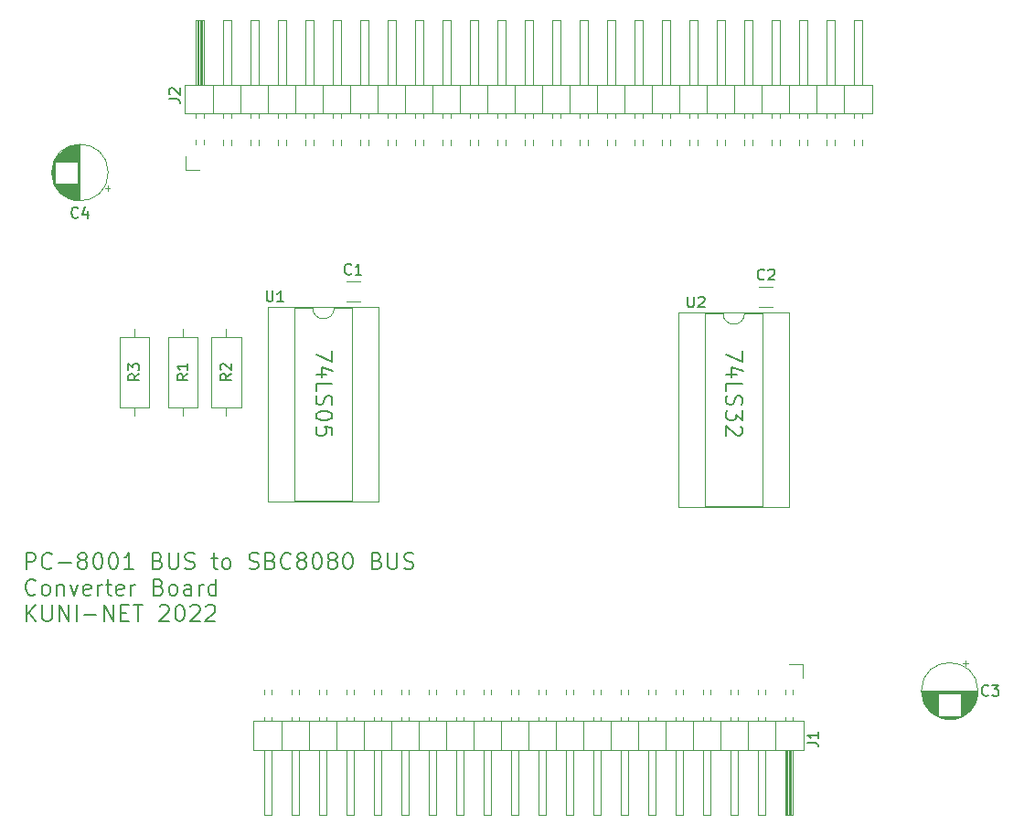
<source format=gto>
G04 #@! TF.GenerationSoftware,KiCad,Pcbnew,(6.0.4-0)*
G04 #@! TF.CreationDate,2022-11-05T11:58:52+09:00*
G04 #@! TF.ProjectId,PC8001toSBC8080BUS,50433830-3031-4746-9f53-424338303830,rev?*
G04 #@! TF.SameCoordinates,Original*
G04 #@! TF.FileFunction,Legend,Top*
G04 #@! TF.FilePolarity,Positive*
%FSLAX46Y46*%
G04 Gerber Fmt 4.6, Leading zero omitted, Abs format (unit mm)*
G04 Created by KiCad (PCBNEW (6.0.4-0)) date 2022-11-05 11:58:52*
%MOMM*%
%LPD*%
G01*
G04 APERTURE LIST*
%ADD10C,0.200000*%
%ADD11C,0.150000*%
%ADD12C,0.120000*%
G04 APERTURE END LIST*
D10*
X53487142Y-91263571D02*
X53487142Y-89763571D01*
X54058571Y-89763571D01*
X54201428Y-89835000D01*
X54272857Y-89906428D01*
X54344285Y-90049285D01*
X54344285Y-90263571D01*
X54272857Y-90406428D01*
X54201428Y-90477857D01*
X54058571Y-90549285D01*
X53487142Y-90549285D01*
X55844285Y-91120714D02*
X55772857Y-91192142D01*
X55558571Y-91263571D01*
X55415714Y-91263571D01*
X55201428Y-91192142D01*
X55058571Y-91049285D01*
X54987142Y-90906428D01*
X54915714Y-90620714D01*
X54915714Y-90406428D01*
X54987142Y-90120714D01*
X55058571Y-89977857D01*
X55201428Y-89835000D01*
X55415714Y-89763571D01*
X55558571Y-89763571D01*
X55772857Y-89835000D01*
X55844285Y-89906428D01*
X56487142Y-90692142D02*
X57630000Y-90692142D01*
X58558571Y-90406428D02*
X58415714Y-90335000D01*
X58344285Y-90263571D01*
X58272857Y-90120714D01*
X58272857Y-90049285D01*
X58344285Y-89906428D01*
X58415714Y-89835000D01*
X58558571Y-89763571D01*
X58844285Y-89763571D01*
X58987142Y-89835000D01*
X59058571Y-89906428D01*
X59130000Y-90049285D01*
X59130000Y-90120714D01*
X59058571Y-90263571D01*
X58987142Y-90335000D01*
X58844285Y-90406428D01*
X58558571Y-90406428D01*
X58415714Y-90477857D01*
X58344285Y-90549285D01*
X58272857Y-90692142D01*
X58272857Y-90977857D01*
X58344285Y-91120714D01*
X58415714Y-91192142D01*
X58558571Y-91263571D01*
X58844285Y-91263571D01*
X58987142Y-91192142D01*
X59058571Y-91120714D01*
X59130000Y-90977857D01*
X59130000Y-90692142D01*
X59058571Y-90549285D01*
X58987142Y-90477857D01*
X58844285Y-90406428D01*
X60058571Y-89763571D02*
X60201428Y-89763571D01*
X60344285Y-89835000D01*
X60415714Y-89906428D01*
X60487142Y-90049285D01*
X60558571Y-90335000D01*
X60558571Y-90692142D01*
X60487142Y-90977857D01*
X60415714Y-91120714D01*
X60344285Y-91192142D01*
X60201428Y-91263571D01*
X60058571Y-91263571D01*
X59915714Y-91192142D01*
X59844285Y-91120714D01*
X59772857Y-90977857D01*
X59701428Y-90692142D01*
X59701428Y-90335000D01*
X59772857Y-90049285D01*
X59844285Y-89906428D01*
X59915714Y-89835000D01*
X60058571Y-89763571D01*
X61487142Y-89763571D02*
X61630000Y-89763571D01*
X61772857Y-89835000D01*
X61844285Y-89906428D01*
X61915714Y-90049285D01*
X61987142Y-90335000D01*
X61987142Y-90692142D01*
X61915714Y-90977857D01*
X61844285Y-91120714D01*
X61772857Y-91192142D01*
X61630000Y-91263571D01*
X61487142Y-91263571D01*
X61344285Y-91192142D01*
X61272857Y-91120714D01*
X61201428Y-90977857D01*
X61130000Y-90692142D01*
X61130000Y-90335000D01*
X61201428Y-90049285D01*
X61272857Y-89906428D01*
X61344285Y-89835000D01*
X61487142Y-89763571D01*
X63415714Y-91263571D02*
X62558571Y-91263571D01*
X62987142Y-91263571D02*
X62987142Y-89763571D01*
X62844285Y-89977857D01*
X62701428Y-90120714D01*
X62558571Y-90192142D01*
X65701428Y-90477857D02*
X65915714Y-90549285D01*
X65987142Y-90620714D01*
X66058571Y-90763571D01*
X66058571Y-90977857D01*
X65987142Y-91120714D01*
X65915714Y-91192142D01*
X65772857Y-91263571D01*
X65201428Y-91263571D01*
X65201428Y-89763571D01*
X65701428Y-89763571D01*
X65844285Y-89835000D01*
X65915714Y-89906428D01*
X65987142Y-90049285D01*
X65987142Y-90192142D01*
X65915714Y-90335000D01*
X65844285Y-90406428D01*
X65701428Y-90477857D01*
X65201428Y-90477857D01*
X66701428Y-89763571D02*
X66701428Y-90977857D01*
X66772857Y-91120714D01*
X66844285Y-91192142D01*
X66987142Y-91263571D01*
X67272857Y-91263571D01*
X67415714Y-91192142D01*
X67487142Y-91120714D01*
X67558571Y-90977857D01*
X67558571Y-89763571D01*
X68201428Y-91192142D02*
X68415714Y-91263571D01*
X68772857Y-91263571D01*
X68915714Y-91192142D01*
X68987142Y-91120714D01*
X69058571Y-90977857D01*
X69058571Y-90835000D01*
X68987142Y-90692142D01*
X68915714Y-90620714D01*
X68772857Y-90549285D01*
X68487142Y-90477857D01*
X68344285Y-90406428D01*
X68272857Y-90335000D01*
X68201428Y-90192142D01*
X68201428Y-90049285D01*
X68272857Y-89906428D01*
X68344285Y-89835000D01*
X68487142Y-89763571D01*
X68844285Y-89763571D01*
X69058571Y-89835000D01*
X70630000Y-90263571D02*
X71201428Y-90263571D01*
X70844285Y-89763571D02*
X70844285Y-91049285D01*
X70915714Y-91192142D01*
X71058571Y-91263571D01*
X71201428Y-91263571D01*
X71915714Y-91263571D02*
X71772857Y-91192142D01*
X71701428Y-91120714D01*
X71630000Y-90977857D01*
X71630000Y-90549285D01*
X71701428Y-90406428D01*
X71772857Y-90335000D01*
X71915714Y-90263571D01*
X72130000Y-90263571D01*
X72272857Y-90335000D01*
X72344285Y-90406428D01*
X72415714Y-90549285D01*
X72415714Y-90977857D01*
X72344285Y-91120714D01*
X72272857Y-91192142D01*
X72130000Y-91263571D01*
X71915714Y-91263571D01*
X74130000Y-91192142D02*
X74344285Y-91263571D01*
X74701428Y-91263571D01*
X74844285Y-91192142D01*
X74915714Y-91120714D01*
X74987142Y-90977857D01*
X74987142Y-90835000D01*
X74915714Y-90692142D01*
X74844285Y-90620714D01*
X74701428Y-90549285D01*
X74415714Y-90477857D01*
X74272857Y-90406428D01*
X74201428Y-90335000D01*
X74130000Y-90192142D01*
X74130000Y-90049285D01*
X74201428Y-89906428D01*
X74272857Y-89835000D01*
X74415714Y-89763571D01*
X74772857Y-89763571D01*
X74987142Y-89835000D01*
X76130000Y-90477857D02*
X76344285Y-90549285D01*
X76415714Y-90620714D01*
X76487142Y-90763571D01*
X76487142Y-90977857D01*
X76415714Y-91120714D01*
X76344285Y-91192142D01*
X76201428Y-91263571D01*
X75630000Y-91263571D01*
X75630000Y-89763571D01*
X76130000Y-89763571D01*
X76272857Y-89835000D01*
X76344285Y-89906428D01*
X76415714Y-90049285D01*
X76415714Y-90192142D01*
X76344285Y-90335000D01*
X76272857Y-90406428D01*
X76130000Y-90477857D01*
X75630000Y-90477857D01*
X77987142Y-91120714D02*
X77915714Y-91192142D01*
X77701428Y-91263571D01*
X77558571Y-91263571D01*
X77344285Y-91192142D01*
X77201428Y-91049285D01*
X77130000Y-90906428D01*
X77058571Y-90620714D01*
X77058571Y-90406428D01*
X77130000Y-90120714D01*
X77201428Y-89977857D01*
X77344285Y-89835000D01*
X77558571Y-89763571D01*
X77701428Y-89763571D01*
X77915714Y-89835000D01*
X77987142Y-89906428D01*
X78844285Y-90406428D02*
X78701428Y-90335000D01*
X78630000Y-90263571D01*
X78558571Y-90120714D01*
X78558571Y-90049285D01*
X78630000Y-89906428D01*
X78701428Y-89835000D01*
X78844285Y-89763571D01*
X79130000Y-89763571D01*
X79272857Y-89835000D01*
X79344285Y-89906428D01*
X79415714Y-90049285D01*
X79415714Y-90120714D01*
X79344285Y-90263571D01*
X79272857Y-90335000D01*
X79130000Y-90406428D01*
X78844285Y-90406428D01*
X78701428Y-90477857D01*
X78630000Y-90549285D01*
X78558571Y-90692142D01*
X78558571Y-90977857D01*
X78630000Y-91120714D01*
X78701428Y-91192142D01*
X78844285Y-91263571D01*
X79130000Y-91263571D01*
X79272857Y-91192142D01*
X79344285Y-91120714D01*
X79415714Y-90977857D01*
X79415714Y-90692142D01*
X79344285Y-90549285D01*
X79272857Y-90477857D01*
X79130000Y-90406428D01*
X80344285Y-89763571D02*
X80487142Y-89763571D01*
X80630000Y-89835000D01*
X80701428Y-89906428D01*
X80772857Y-90049285D01*
X80844285Y-90335000D01*
X80844285Y-90692142D01*
X80772857Y-90977857D01*
X80701428Y-91120714D01*
X80630000Y-91192142D01*
X80487142Y-91263571D01*
X80344285Y-91263571D01*
X80201428Y-91192142D01*
X80130000Y-91120714D01*
X80058571Y-90977857D01*
X79987142Y-90692142D01*
X79987142Y-90335000D01*
X80058571Y-90049285D01*
X80130000Y-89906428D01*
X80201428Y-89835000D01*
X80344285Y-89763571D01*
X81701428Y-90406428D02*
X81558571Y-90335000D01*
X81487142Y-90263571D01*
X81415714Y-90120714D01*
X81415714Y-90049285D01*
X81487142Y-89906428D01*
X81558571Y-89835000D01*
X81701428Y-89763571D01*
X81987142Y-89763571D01*
X82130000Y-89835000D01*
X82201428Y-89906428D01*
X82272857Y-90049285D01*
X82272857Y-90120714D01*
X82201428Y-90263571D01*
X82130000Y-90335000D01*
X81987142Y-90406428D01*
X81701428Y-90406428D01*
X81558571Y-90477857D01*
X81487142Y-90549285D01*
X81415714Y-90692142D01*
X81415714Y-90977857D01*
X81487142Y-91120714D01*
X81558571Y-91192142D01*
X81701428Y-91263571D01*
X81987142Y-91263571D01*
X82130000Y-91192142D01*
X82201428Y-91120714D01*
X82272857Y-90977857D01*
X82272857Y-90692142D01*
X82201428Y-90549285D01*
X82130000Y-90477857D01*
X81987142Y-90406428D01*
X83201428Y-89763571D02*
X83344285Y-89763571D01*
X83487142Y-89835000D01*
X83558571Y-89906428D01*
X83630000Y-90049285D01*
X83701428Y-90335000D01*
X83701428Y-90692142D01*
X83630000Y-90977857D01*
X83558571Y-91120714D01*
X83487142Y-91192142D01*
X83344285Y-91263571D01*
X83201428Y-91263571D01*
X83058571Y-91192142D01*
X82987142Y-91120714D01*
X82915714Y-90977857D01*
X82844285Y-90692142D01*
X82844285Y-90335000D01*
X82915714Y-90049285D01*
X82987142Y-89906428D01*
X83058571Y-89835000D01*
X83201428Y-89763571D01*
X85987142Y-90477857D02*
X86201428Y-90549285D01*
X86272857Y-90620714D01*
X86344285Y-90763571D01*
X86344285Y-90977857D01*
X86272857Y-91120714D01*
X86201428Y-91192142D01*
X86058571Y-91263571D01*
X85487142Y-91263571D01*
X85487142Y-89763571D01*
X85987142Y-89763571D01*
X86130000Y-89835000D01*
X86201428Y-89906428D01*
X86272857Y-90049285D01*
X86272857Y-90192142D01*
X86201428Y-90335000D01*
X86130000Y-90406428D01*
X85987142Y-90477857D01*
X85487142Y-90477857D01*
X86987142Y-89763571D02*
X86987142Y-90977857D01*
X87058571Y-91120714D01*
X87130000Y-91192142D01*
X87272857Y-91263571D01*
X87558571Y-91263571D01*
X87701428Y-91192142D01*
X87772857Y-91120714D01*
X87844285Y-90977857D01*
X87844285Y-89763571D01*
X88487142Y-91192142D02*
X88701428Y-91263571D01*
X89058571Y-91263571D01*
X89201428Y-91192142D01*
X89272857Y-91120714D01*
X89344285Y-90977857D01*
X89344285Y-90835000D01*
X89272857Y-90692142D01*
X89201428Y-90620714D01*
X89058571Y-90549285D01*
X88772857Y-90477857D01*
X88630000Y-90406428D01*
X88558571Y-90335000D01*
X88487142Y-90192142D01*
X88487142Y-90049285D01*
X88558571Y-89906428D01*
X88630000Y-89835000D01*
X88772857Y-89763571D01*
X89130000Y-89763571D01*
X89344285Y-89835000D01*
X54344285Y-93535714D02*
X54272857Y-93607142D01*
X54058571Y-93678571D01*
X53915714Y-93678571D01*
X53701428Y-93607142D01*
X53558571Y-93464285D01*
X53487142Y-93321428D01*
X53415714Y-93035714D01*
X53415714Y-92821428D01*
X53487142Y-92535714D01*
X53558571Y-92392857D01*
X53701428Y-92250000D01*
X53915714Y-92178571D01*
X54058571Y-92178571D01*
X54272857Y-92250000D01*
X54344285Y-92321428D01*
X55201428Y-93678571D02*
X55058571Y-93607142D01*
X54987142Y-93535714D01*
X54915714Y-93392857D01*
X54915714Y-92964285D01*
X54987142Y-92821428D01*
X55058571Y-92750000D01*
X55201428Y-92678571D01*
X55415714Y-92678571D01*
X55558571Y-92750000D01*
X55630000Y-92821428D01*
X55701428Y-92964285D01*
X55701428Y-93392857D01*
X55630000Y-93535714D01*
X55558571Y-93607142D01*
X55415714Y-93678571D01*
X55201428Y-93678571D01*
X56344285Y-92678571D02*
X56344285Y-93678571D01*
X56344285Y-92821428D02*
X56415714Y-92750000D01*
X56558571Y-92678571D01*
X56772857Y-92678571D01*
X56915714Y-92750000D01*
X56987142Y-92892857D01*
X56987142Y-93678571D01*
X57558571Y-92678571D02*
X57915714Y-93678571D01*
X58272857Y-92678571D01*
X59415714Y-93607142D02*
X59272857Y-93678571D01*
X58987142Y-93678571D01*
X58844285Y-93607142D01*
X58772857Y-93464285D01*
X58772857Y-92892857D01*
X58844285Y-92750000D01*
X58987142Y-92678571D01*
X59272857Y-92678571D01*
X59415714Y-92750000D01*
X59487142Y-92892857D01*
X59487142Y-93035714D01*
X58772857Y-93178571D01*
X60130000Y-93678571D02*
X60130000Y-92678571D01*
X60130000Y-92964285D02*
X60201428Y-92821428D01*
X60272857Y-92750000D01*
X60415714Y-92678571D01*
X60558571Y-92678571D01*
X60844285Y-92678571D02*
X61415714Y-92678571D01*
X61058571Y-92178571D02*
X61058571Y-93464285D01*
X61130000Y-93607142D01*
X61272857Y-93678571D01*
X61415714Y-93678571D01*
X62487142Y-93607142D02*
X62344285Y-93678571D01*
X62058571Y-93678571D01*
X61915714Y-93607142D01*
X61844285Y-93464285D01*
X61844285Y-92892857D01*
X61915714Y-92750000D01*
X62058571Y-92678571D01*
X62344285Y-92678571D01*
X62487142Y-92750000D01*
X62558571Y-92892857D01*
X62558571Y-93035714D01*
X61844285Y-93178571D01*
X63201428Y-93678571D02*
X63201428Y-92678571D01*
X63201428Y-92964285D02*
X63272857Y-92821428D01*
X63344285Y-92750000D01*
X63487142Y-92678571D01*
X63630000Y-92678571D01*
X65772857Y-92892857D02*
X65987142Y-92964285D01*
X66058571Y-93035714D01*
X66130000Y-93178571D01*
X66130000Y-93392857D01*
X66058571Y-93535714D01*
X65987142Y-93607142D01*
X65844285Y-93678571D01*
X65272857Y-93678571D01*
X65272857Y-92178571D01*
X65772857Y-92178571D01*
X65915714Y-92250000D01*
X65987142Y-92321428D01*
X66058571Y-92464285D01*
X66058571Y-92607142D01*
X65987142Y-92750000D01*
X65915714Y-92821428D01*
X65772857Y-92892857D01*
X65272857Y-92892857D01*
X66987142Y-93678571D02*
X66844285Y-93607142D01*
X66772857Y-93535714D01*
X66701428Y-93392857D01*
X66701428Y-92964285D01*
X66772857Y-92821428D01*
X66844285Y-92750000D01*
X66987142Y-92678571D01*
X67201428Y-92678571D01*
X67344285Y-92750000D01*
X67415714Y-92821428D01*
X67487142Y-92964285D01*
X67487142Y-93392857D01*
X67415714Y-93535714D01*
X67344285Y-93607142D01*
X67201428Y-93678571D01*
X66987142Y-93678571D01*
X68772857Y-93678571D02*
X68772857Y-92892857D01*
X68701428Y-92750000D01*
X68558571Y-92678571D01*
X68272857Y-92678571D01*
X68130000Y-92750000D01*
X68772857Y-93607142D02*
X68630000Y-93678571D01*
X68272857Y-93678571D01*
X68130000Y-93607142D01*
X68058571Y-93464285D01*
X68058571Y-93321428D01*
X68130000Y-93178571D01*
X68272857Y-93107142D01*
X68630000Y-93107142D01*
X68772857Y-93035714D01*
X69487142Y-93678571D02*
X69487142Y-92678571D01*
X69487142Y-92964285D02*
X69558571Y-92821428D01*
X69630000Y-92750000D01*
X69772857Y-92678571D01*
X69915714Y-92678571D01*
X71058571Y-93678571D02*
X71058571Y-92178571D01*
X71058571Y-93607142D02*
X70915714Y-93678571D01*
X70630000Y-93678571D01*
X70487142Y-93607142D01*
X70415714Y-93535714D01*
X70344285Y-93392857D01*
X70344285Y-92964285D01*
X70415714Y-92821428D01*
X70487142Y-92750000D01*
X70630000Y-92678571D01*
X70915714Y-92678571D01*
X71058571Y-92750000D01*
X53487142Y-96093571D02*
X53487142Y-94593571D01*
X54344285Y-96093571D02*
X53701428Y-95236428D01*
X54344285Y-94593571D02*
X53487142Y-95450714D01*
X54987142Y-94593571D02*
X54987142Y-95807857D01*
X55058571Y-95950714D01*
X55130000Y-96022142D01*
X55272857Y-96093571D01*
X55558571Y-96093571D01*
X55701428Y-96022142D01*
X55772857Y-95950714D01*
X55844285Y-95807857D01*
X55844285Y-94593571D01*
X56558571Y-96093571D02*
X56558571Y-94593571D01*
X57415714Y-96093571D01*
X57415714Y-94593571D01*
X58130000Y-96093571D02*
X58130000Y-94593571D01*
X58844285Y-95522142D02*
X59987142Y-95522142D01*
X60701428Y-96093571D02*
X60701428Y-94593571D01*
X61558571Y-96093571D01*
X61558571Y-94593571D01*
X62272857Y-95307857D02*
X62772857Y-95307857D01*
X62987142Y-96093571D02*
X62272857Y-96093571D01*
X62272857Y-94593571D01*
X62987142Y-94593571D01*
X63415714Y-94593571D02*
X64272857Y-94593571D01*
X63844285Y-96093571D02*
X63844285Y-94593571D01*
X65844285Y-94736428D02*
X65915714Y-94665000D01*
X66058571Y-94593571D01*
X66415714Y-94593571D01*
X66558571Y-94665000D01*
X66630000Y-94736428D01*
X66701428Y-94879285D01*
X66701428Y-95022142D01*
X66630000Y-95236428D01*
X65772857Y-96093571D01*
X66701428Y-96093571D01*
X67630000Y-94593571D02*
X67772857Y-94593571D01*
X67915714Y-94665000D01*
X67987142Y-94736428D01*
X68058571Y-94879285D01*
X68130000Y-95165000D01*
X68130000Y-95522142D01*
X68058571Y-95807857D01*
X67987142Y-95950714D01*
X67915714Y-96022142D01*
X67772857Y-96093571D01*
X67630000Y-96093571D01*
X67487142Y-96022142D01*
X67415714Y-95950714D01*
X67344285Y-95807857D01*
X67272857Y-95522142D01*
X67272857Y-95165000D01*
X67344285Y-94879285D01*
X67415714Y-94736428D01*
X67487142Y-94665000D01*
X67630000Y-94593571D01*
X68701428Y-94736428D02*
X68772857Y-94665000D01*
X68915714Y-94593571D01*
X69272857Y-94593571D01*
X69415714Y-94665000D01*
X69487142Y-94736428D01*
X69558571Y-94879285D01*
X69558571Y-95022142D01*
X69487142Y-95236428D01*
X68630000Y-96093571D01*
X69558571Y-96093571D01*
X70130000Y-94736428D02*
X70201428Y-94665000D01*
X70344285Y-94593571D01*
X70701428Y-94593571D01*
X70844285Y-94665000D01*
X70915714Y-94736428D01*
X70987142Y-94879285D01*
X70987142Y-95022142D01*
X70915714Y-95236428D01*
X70058571Y-96093571D01*
X70987142Y-96093571D01*
X119821428Y-71035714D02*
X119821428Y-72035714D01*
X118321428Y-71392857D01*
X119321428Y-73250000D02*
X118321428Y-73250000D01*
X119892857Y-72892857D02*
X118821428Y-72535714D01*
X118821428Y-73464285D01*
X118321428Y-74750000D02*
X118321428Y-74035714D01*
X119821428Y-74035714D01*
X118392857Y-75178571D02*
X118321428Y-75392857D01*
X118321428Y-75750000D01*
X118392857Y-75892857D01*
X118464285Y-75964285D01*
X118607142Y-76035714D01*
X118750000Y-76035714D01*
X118892857Y-75964285D01*
X118964285Y-75892857D01*
X119035714Y-75750000D01*
X119107142Y-75464285D01*
X119178571Y-75321428D01*
X119250000Y-75250000D01*
X119392857Y-75178571D01*
X119535714Y-75178571D01*
X119678571Y-75250000D01*
X119750000Y-75321428D01*
X119821428Y-75464285D01*
X119821428Y-75821428D01*
X119750000Y-76035714D01*
X119821428Y-76535714D02*
X119821428Y-77464285D01*
X119250000Y-76964285D01*
X119250000Y-77178571D01*
X119178571Y-77321428D01*
X119107142Y-77392857D01*
X118964285Y-77464285D01*
X118607142Y-77464285D01*
X118464285Y-77392857D01*
X118392857Y-77321428D01*
X118321428Y-77178571D01*
X118321428Y-76750000D01*
X118392857Y-76607142D01*
X118464285Y-76535714D01*
X119678571Y-78035714D02*
X119750000Y-78107142D01*
X119821428Y-78250000D01*
X119821428Y-78607142D01*
X119750000Y-78750000D01*
X119678571Y-78821428D01*
X119535714Y-78892857D01*
X119392857Y-78892857D01*
X119178571Y-78821428D01*
X118321428Y-77964285D01*
X118321428Y-78892857D01*
X81821428Y-71035714D02*
X81821428Y-72035714D01*
X80321428Y-71392857D01*
X81321428Y-73250000D02*
X80321428Y-73250000D01*
X81892857Y-72892857D02*
X80821428Y-72535714D01*
X80821428Y-73464285D01*
X80321428Y-74750000D02*
X80321428Y-74035714D01*
X81821428Y-74035714D01*
X80392857Y-75178571D02*
X80321428Y-75392857D01*
X80321428Y-75750000D01*
X80392857Y-75892857D01*
X80464285Y-75964285D01*
X80607142Y-76035714D01*
X80750000Y-76035714D01*
X80892857Y-75964285D01*
X80964285Y-75892857D01*
X81035714Y-75750000D01*
X81107142Y-75464285D01*
X81178571Y-75321428D01*
X81250000Y-75250000D01*
X81392857Y-75178571D01*
X81535714Y-75178571D01*
X81678571Y-75250000D01*
X81750000Y-75321428D01*
X81821428Y-75464285D01*
X81821428Y-75821428D01*
X81750000Y-76035714D01*
X81821428Y-76964285D02*
X81821428Y-77107142D01*
X81750000Y-77250000D01*
X81678571Y-77321428D01*
X81535714Y-77392857D01*
X81250000Y-77464285D01*
X80892857Y-77464285D01*
X80607142Y-77392857D01*
X80464285Y-77321428D01*
X80392857Y-77250000D01*
X80321428Y-77107142D01*
X80321428Y-76964285D01*
X80392857Y-76821428D01*
X80464285Y-76750000D01*
X80607142Y-76678571D01*
X80892857Y-76607142D01*
X81250000Y-76607142D01*
X81535714Y-76678571D01*
X81678571Y-76750000D01*
X81750000Y-76821428D01*
X81821428Y-76964285D01*
X81821428Y-78821428D02*
X81821428Y-78107142D01*
X81107142Y-78035714D01*
X81178571Y-78107142D01*
X81250000Y-78250000D01*
X81250000Y-78607142D01*
X81178571Y-78750000D01*
X81107142Y-78821428D01*
X80964285Y-78892857D01*
X80607142Y-78892857D01*
X80464285Y-78821428D01*
X80392857Y-78750000D01*
X80321428Y-78607142D01*
X80321428Y-78250000D01*
X80392857Y-78107142D01*
X80464285Y-78035714D01*
D11*
X114738095Y-65997380D02*
X114738095Y-66806904D01*
X114785714Y-66902142D01*
X114833333Y-66949761D01*
X114928571Y-66997380D01*
X115119047Y-66997380D01*
X115214285Y-66949761D01*
X115261904Y-66902142D01*
X115309523Y-66806904D01*
X115309523Y-65997380D01*
X115738095Y-66092619D02*
X115785714Y-66045000D01*
X115880952Y-65997380D01*
X116119047Y-65997380D01*
X116214285Y-66045000D01*
X116261904Y-66092619D01*
X116309523Y-66187857D01*
X116309523Y-66283095D01*
X116261904Y-66425952D01*
X115690476Y-66997380D01*
X116309523Y-66997380D01*
X75738095Y-65452380D02*
X75738095Y-66261904D01*
X75785714Y-66357142D01*
X75833333Y-66404761D01*
X75928571Y-66452380D01*
X76119047Y-66452380D01*
X76214285Y-66404761D01*
X76261904Y-66357142D01*
X76309523Y-66261904D01*
X76309523Y-65452380D01*
X77309523Y-66452380D02*
X76738095Y-66452380D01*
X77023809Y-66452380D02*
X77023809Y-65452380D01*
X76928571Y-65595238D01*
X76833333Y-65690476D01*
X76738095Y-65738095D01*
X63952380Y-73166666D02*
X63476190Y-73500000D01*
X63952380Y-73738095D02*
X62952380Y-73738095D01*
X62952380Y-73357142D01*
X63000000Y-73261904D01*
X63047619Y-73214285D01*
X63142857Y-73166666D01*
X63285714Y-73166666D01*
X63380952Y-73214285D01*
X63428571Y-73261904D01*
X63476190Y-73357142D01*
X63476190Y-73738095D01*
X62952380Y-72833333D02*
X62952380Y-72214285D01*
X63333333Y-72547619D01*
X63333333Y-72404761D01*
X63380952Y-72309523D01*
X63428571Y-72261904D01*
X63523809Y-72214285D01*
X63761904Y-72214285D01*
X63857142Y-72261904D01*
X63904761Y-72309523D01*
X63952380Y-72404761D01*
X63952380Y-72690476D01*
X63904761Y-72785714D01*
X63857142Y-72833333D01*
X72452380Y-73166666D02*
X71976190Y-73500000D01*
X72452380Y-73738095D02*
X71452380Y-73738095D01*
X71452380Y-73357142D01*
X71500000Y-73261904D01*
X71547619Y-73214285D01*
X71642857Y-73166666D01*
X71785714Y-73166666D01*
X71880952Y-73214285D01*
X71928571Y-73261904D01*
X71976190Y-73357142D01*
X71976190Y-73738095D01*
X71547619Y-72785714D02*
X71500000Y-72738095D01*
X71452380Y-72642857D01*
X71452380Y-72404761D01*
X71500000Y-72309523D01*
X71547619Y-72261904D01*
X71642857Y-72214285D01*
X71738095Y-72214285D01*
X71880952Y-72261904D01*
X72452380Y-72833333D01*
X72452380Y-72214285D01*
X68452380Y-73166666D02*
X67976190Y-73500000D01*
X68452380Y-73738095D02*
X67452380Y-73738095D01*
X67452380Y-73357142D01*
X67500000Y-73261904D01*
X67547619Y-73214285D01*
X67642857Y-73166666D01*
X67785714Y-73166666D01*
X67880952Y-73214285D01*
X67928571Y-73261904D01*
X67976190Y-73357142D01*
X67976190Y-73738095D01*
X68452380Y-72214285D02*
X68452380Y-72785714D01*
X68452380Y-72500000D02*
X67452380Y-72500000D01*
X67595238Y-72595238D01*
X67690476Y-72690476D01*
X67738095Y-72785714D01*
X66707380Y-47678333D02*
X67421666Y-47678333D01*
X67564523Y-47725952D01*
X67659761Y-47821190D01*
X67707380Y-47964047D01*
X67707380Y-48059285D01*
X66802619Y-47249761D02*
X66755000Y-47202142D01*
X66707380Y-47106904D01*
X66707380Y-46868809D01*
X66755000Y-46773571D01*
X66802619Y-46725952D01*
X66897857Y-46678333D01*
X66993095Y-46678333D01*
X67135952Y-46725952D01*
X67707380Y-47297380D01*
X67707380Y-46678333D01*
X125847380Y-107338333D02*
X126561666Y-107338333D01*
X126704523Y-107385952D01*
X126799761Y-107481190D01*
X126847380Y-107624047D01*
X126847380Y-107719285D01*
X126847380Y-106338333D02*
X126847380Y-106909761D01*
X126847380Y-106624047D02*
X125847380Y-106624047D01*
X125990238Y-106719285D01*
X126085476Y-106814523D01*
X126133095Y-106909761D01*
X58288433Y-58607142D02*
X58240814Y-58654761D01*
X58097957Y-58702380D01*
X58002719Y-58702380D01*
X57859861Y-58654761D01*
X57764623Y-58559523D01*
X57717004Y-58464285D01*
X57669385Y-58273809D01*
X57669385Y-58130952D01*
X57717004Y-57940476D01*
X57764623Y-57845238D01*
X57859861Y-57750000D01*
X58002719Y-57702380D01*
X58097957Y-57702380D01*
X58240814Y-57750000D01*
X58288433Y-57797619D01*
X59145576Y-58035714D02*
X59145576Y-58702380D01*
X58907480Y-57654761D02*
X58669385Y-58369047D01*
X59288433Y-58369047D01*
X142583333Y-102902042D02*
X142535714Y-102949661D01*
X142392857Y-102997280D01*
X142297619Y-102997280D01*
X142154761Y-102949661D01*
X142059523Y-102854423D01*
X142011904Y-102759185D01*
X141964285Y-102568709D01*
X141964285Y-102425852D01*
X142011904Y-102235376D01*
X142059523Y-102140138D01*
X142154761Y-102044900D01*
X142297619Y-101997280D01*
X142392857Y-101997280D01*
X142535714Y-102044900D01*
X142583333Y-102092519D01*
X142916666Y-101997280D02*
X143535714Y-101997280D01*
X143202380Y-102378233D01*
X143345238Y-102378233D01*
X143440476Y-102425852D01*
X143488095Y-102473471D01*
X143535714Y-102568709D01*
X143535714Y-102806804D01*
X143488095Y-102902042D01*
X143440476Y-102949661D01*
X143345238Y-102997280D01*
X143059523Y-102997280D01*
X142964285Y-102949661D01*
X142916666Y-102902042D01*
X121833333Y-64357142D02*
X121785714Y-64404761D01*
X121642857Y-64452380D01*
X121547619Y-64452380D01*
X121404761Y-64404761D01*
X121309523Y-64309523D01*
X121261904Y-64214285D01*
X121214285Y-64023809D01*
X121214285Y-63880952D01*
X121261904Y-63690476D01*
X121309523Y-63595238D01*
X121404761Y-63500000D01*
X121547619Y-63452380D01*
X121642857Y-63452380D01*
X121785714Y-63500000D01*
X121833333Y-63547619D01*
X122214285Y-63547619D02*
X122261904Y-63500000D01*
X122357142Y-63452380D01*
X122595238Y-63452380D01*
X122690476Y-63500000D01*
X122738095Y-63547619D01*
X122785714Y-63642857D01*
X122785714Y-63738095D01*
X122738095Y-63880952D01*
X122166666Y-64452380D01*
X122785714Y-64452380D01*
X83583333Y-63857142D02*
X83535714Y-63904761D01*
X83392857Y-63952380D01*
X83297619Y-63952380D01*
X83154761Y-63904761D01*
X83059523Y-63809523D01*
X83011904Y-63714285D01*
X82964285Y-63523809D01*
X82964285Y-63380952D01*
X83011904Y-63190476D01*
X83059523Y-63095238D01*
X83154761Y-63000000D01*
X83297619Y-62952380D01*
X83392857Y-62952380D01*
X83535714Y-63000000D01*
X83583333Y-63047619D01*
X84535714Y-63952380D02*
X83964285Y-63952380D01*
X84250000Y-63952380D02*
X84250000Y-62952380D01*
X84154761Y-63095238D01*
X84059523Y-63190476D01*
X83964285Y-63238095D01*
D12*
X124150000Y-67485000D02*
X113870000Y-67485000D01*
X124150000Y-85505000D02*
X124150000Y-67485000D01*
X113870000Y-85505000D02*
X124150000Y-85505000D01*
X121660000Y-67545000D02*
X120010000Y-67545000D01*
X116360000Y-67545000D02*
X116360000Y-85445000D01*
X116360000Y-85445000D02*
X121660000Y-85445000D01*
X118010000Y-67545000D02*
X116360000Y-67545000D01*
X113870000Y-67485000D02*
X113870000Y-85505000D01*
X121660000Y-85445000D02*
X121660000Y-67545000D01*
X118010000Y-67545000D02*
G75*
G03*
X120010000Y-67545000I1000000J0D01*
G01*
X80010000Y-67045000D02*
G75*
G03*
X82010000Y-67045000I1000000J0D01*
G01*
X83660000Y-84945000D02*
X83660000Y-67045000D01*
X75870000Y-66985000D02*
X75870000Y-85005000D01*
X80010000Y-67045000D02*
X78360000Y-67045000D01*
X78360000Y-84945000D02*
X83660000Y-84945000D01*
X78360000Y-67045000D02*
X78360000Y-84945000D01*
X83660000Y-67045000D02*
X82010000Y-67045000D01*
X75870000Y-85005000D02*
X86150000Y-85005000D01*
X86150000Y-85005000D02*
X86150000Y-66985000D01*
X86150000Y-66985000D02*
X75870000Y-66985000D01*
X63500000Y-68960000D02*
X63500000Y-69730000D01*
X63500000Y-77040000D02*
X63500000Y-76270000D01*
X62130000Y-76270000D02*
X64870000Y-76270000D01*
X64870000Y-69730000D02*
X62130000Y-69730000D01*
X64870000Y-76270000D02*
X64870000Y-69730000D01*
X62130000Y-69730000D02*
X62130000Y-76270000D01*
X72000000Y-77040000D02*
X72000000Y-76270000D01*
X72000000Y-68960000D02*
X72000000Y-69730000D01*
X73370000Y-69730000D02*
X70630000Y-69730000D01*
X70630000Y-76270000D02*
X73370000Y-76270000D01*
X70630000Y-69730000D02*
X70630000Y-76270000D01*
X73370000Y-76270000D02*
X73370000Y-69730000D01*
X68000000Y-68960000D02*
X68000000Y-69730000D01*
X68000000Y-77040000D02*
X68000000Y-76270000D01*
X66630000Y-76270000D02*
X69370000Y-76270000D01*
X69370000Y-69730000D02*
X66630000Y-69730000D01*
X69370000Y-76270000D02*
X69370000Y-69730000D01*
X66630000Y-69730000D02*
X66630000Y-76270000D01*
X104705000Y-46360000D02*
X104705000Y-40360000D01*
X85145000Y-51957071D02*
X85145000Y-51502929D01*
X116515000Y-49020000D02*
X116515000Y-46360000D01*
X131815000Y-46360000D02*
X68195000Y-46360000D01*
X122485000Y-49417071D02*
X122485000Y-49020000D01*
X130865000Y-40360000D02*
X130865000Y-46360000D01*
X112325000Y-40360000D02*
X113085000Y-40360000D01*
X85145000Y-49417071D02*
X85145000Y-49020000D01*
X107245000Y-46360000D02*
X107245000Y-40360000D01*
X92005000Y-49417071D02*
X92005000Y-49020000D01*
X72445000Y-40360000D02*
X72445000Y-46360000D01*
X115625000Y-40360000D02*
X115625000Y-46360000D01*
X99625000Y-40360000D02*
X100385000Y-40360000D01*
X83495000Y-49020000D02*
X83495000Y-46360000D01*
X84385000Y-49417071D02*
X84385000Y-49020000D01*
X125025000Y-40360000D02*
X125785000Y-40360000D01*
X69525000Y-54270000D02*
X68255000Y-54270000D01*
X118165000Y-49417071D02*
X118165000Y-49020000D01*
X97085000Y-46360000D02*
X97085000Y-40360000D01*
X109785000Y-49417071D02*
X109785000Y-49020000D01*
X92765000Y-40360000D02*
X92765000Y-46360000D01*
X69565000Y-46360000D02*
X69565000Y-40360000D01*
X118165000Y-40360000D02*
X118165000Y-46360000D01*
X72445000Y-49417071D02*
X72445000Y-49020000D01*
X92765000Y-49417071D02*
X92765000Y-49020000D01*
X130865000Y-51957071D02*
X130865000Y-51502929D01*
X97085000Y-49417071D02*
X97085000Y-49020000D01*
X123245000Y-49417071D02*
X123245000Y-49020000D01*
X86925000Y-51957071D02*
X86925000Y-51502929D01*
X102165000Y-46360000D02*
X102165000Y-40360000D01*
X102165000Y-49417071D02*
X102165000Y-49020000D01*
X69905000Y-40360000D02*
X69905000Y-46360000D01*
X125785000Y-49417071D02*
X125785000Y-49020000D01*
X94545000Y-49417071D02*
X94545000Y-49020000D01*
X107245000Y-51957071D02*
X107245000Y-51502929D01*
X69805000Y-46360000D02*
X69805000Y-40360000D01*
X102925000Y-49417071D02*
X102925000Y-49020000D01*
X128325000Y-51957071D02*
X128325000Y-51502929D01*
X76765000Y-49417071D02*
X76765000Y-49020000D01*
X124135000Y-49020000D02*
X124135000Y-46360000D01*
X103815000Y-49020000D02*
X103815000Y-46360000D01*
X71685000Y-46360000D02*
X71685000Y-40360000D01*
X112325000Y-46360000D02*
X112325000Y-40360000D01*
X102925000Y-51957071D02*
X102925000Y-51502929D01*
X82605000Y-49417071D02*
X82605000Y-49020000D01*
X100385000Y-51957071D02*
X100385000Y-51502929D01*
X87685000Y-40360000D02*
X87685000Y-46360000D01*
X111435000Y-49020000D02*
X111435000Y-46360000D01*
X81845000Y-46360000D02*
X81845000Y-40360000D01*
X95305000Y-49417071D02*
X95305000Y-49020000D01*
X74225000Y-51957071D02*
X74225000Y-51502929D01*
X74985000Y-51957071D02*
X74985000Y-51502929D01*
X114865000Y-51957071D02*
X114865000Y-51502929D01*
X86925000Y-40360000D02*
X87685000Y-40360000D01*
X120705000Y-40360000D02*
X120705000Y-46360000D01*
X107245000Y-49417071D02*
X107245000Y-49020000D01*
X79305000Y-49417071D02*
X79305000Y-49020000D01*
X129215000Y-49020000D02*
X129215000Y-46360000D01*
X117405000Y-46360000D02*
X117405000Y-40360000D01*
X104705000Y-49417071D02*
X104705000Y-49020000D01*
X107245000Y-40360000D02*
X108005000Y-40360000D01*
X79305000Y-51957071D02*
X79305000Y-51502929D01*
X95305000Y-40360000D02*
X95305000Y-46360000D01*
X113085000Y-40360000D02*
X113085000Y-46360000D01*
X113085000Y-49417071D02*
X113085000Y-49020000D01*
X110545000Y-51957071D02*
X110545000Y-51502929D01*
X119945000Y-49417071D02*
X119945000Y-49020000D01*
X89465000Y-49417071D02*
X89465000Y-49020000D01*
X90225000Y-51957071D02*
X90225000Y-51502929D01*
X125025000Y-49417071D02*
X125025000Y-49020000D01*
X86925000Y-46360000D02*
X86925000Y-40360000D01*
X119945000Y-51957071D02*
X119945000Y-51502929D01*
X100385000Y-49417071D02*
X100385000Y-49020000D01*
X101275000Y-49020000D02*
X101275000Y-46360000D01*
X104705000Y-51957071D02*
X104705000Y-51502929D01*
X108005000Y-49417071D02*
X108005000Y-49020000D01*
X82605000Y-51957071D02*
X82605000Y-51502929D01*
X77525000Y-51957071D02*
X77525000Y-51502929D01*
X123245000Y-51957071D02*
X123245000Y-51502929D01*
X69145000Y-46360000D02*
X69145000Y-40360000D01*
X76765000Y-40360000D02*
X77525000Y-40360000D01*
X109785000Y-51957071D02*
X109785000Y-51502929D01*
X112325000Y-49417071D02*
X112325000Y-49020000D01*
X89465000Y-51957071D02*
X89465000Y-51502929D01*
X120705000Y-51957071D02*
X120705000Y-51502929D01*
X90225000Y-40360000D02*
X90225000Y-46360000D01*
X75875000Y-49020000D02*
X75875000Y-46360000D01*
X114865000Y-49417071D02*
X114865000Y-49020000D01*
X69325000Y-46360000D02*
X69325000Y-40360000D01*
X108895000Y-49020000D02*
X108895000Y-46360000D01*
X95305000Y-51957071D02*
X95305000Y-51502929D01*
X82605000Y-40360000D02*
X82605000Y-46360000D01*
X117405000Y-49417071D02*
X117405000Y-49020000D01*
X74985000Y-40360000D02*
X74985000Y-46360000D01*
X87685000Y-51957071D02*
X87685000Y-51502929D01*
X110545000Y-49417071D02*
X110545000Y-49020000D01*
X84385000Y-40360000D02*
X85145000Y-40360000D01*
X118165000Y-51957071D02*
X118165000Y-51502929D01*
X94545000Y-40360000D02*
X95305000Y-40360000D01*
X99625000Y-49417071D02*
X99625000Y-49020000D01*
X92005000Y-40360000D02*
X92765000Y-40360000D01*
X122485000Y-51957071D02*
X122485000Y-51502929D01*
X81845000Y-40360000D02*
X82605000Y-40360000D01*
X81845000Y-51957071D02*
X81845000Y-51502929D01*
X120705000Y-49417071D02*
X120705000Y-49020000D01*
X79305000Y-40360000D02*
X80065000Y-40360000D01*
X92765000Y-51957071D02*
X92765000Y-51502929D01*
X102165000Y-40360000D02*
X102925000Y-40360000D01*
X96195000Y-49020000D02*
X96195000Y-46360000D01*
X90225000Y-49417071D02*
X90225000Y-49020000D01*
X68255000Y-54270000D02*
X68255000Y-53000000D01*
X109785000Y-46360000D02*
X109785000Y-40360000D01*
X97845000Y-51957071D02*
X97845000Y-51502929D01*
X123245000Y-40360000D02*
X123245000Y-46360000D01*
X76765000Y-46360000D02*
X76765000Y-40360000D01*
X109785000Y-40360000D02*
X110545000Y-40360000D01*
X97085000Y-40360000D02*
X97845000Y-40360000D01*
X97845000Y-40360000D02*
X97845000Y-46360000D01*
X113975000Y-49020000D02*
X113975000Y-46360000D01*
X125025000Y-46360000D02*
X125025000Y-40360000D01*
X102165000Y-51957071D02*
X102165000Y-51502929D01*
X130105000Y-51957071D02*
X130105000Y-51502929D01*
X105465000Y-51957071D02*
X105465000Y-51502929D01*
X92005000Y-51957071D02*
X92005000Y-51502929D01*
X79305000Y-46360000D02*
X79305000Y-40360000D01*
X69905000Y-51890000D02*
X69905000Y-51502929D01*
X130865000Y-49417071D02*
X130865000Y-49020000D01*
X128325000Y-40360000D02*
X128325000Y-46360000D01*
X125025000Y-51957071D02*
X125025000Y-51502929D01*
X69905000Y-49417071D02*
X69905000Y-49020000D01*
X94545000Y-46360000D02*
X94545000Y-40360000D01*
X68195000Y-46360000D02*
X68195000Y-49020000D01*
X89465000Y-40360000D02*
X90225000Y-40360000D01*
X97845000Y-49417071D02*
X97845000Y-49020000D01*
X70795000Y-49020000D02*
X70795000Y-46360000D01*
X69145000Y-40360000D02*
X69905000Y-40360000D01*
X127565000Y-49417071D02*
X127565000Y-49020000D01*
X125785000Y-51957071D02*
X125785000Y-51502929D01*
X69145000Y-51890000D02*
X69145000Y-51502929D01*
X130105000Y-40360000D02*
X130865000Y-40360000D01*
X87685000Y-49417071D02*
X87685000Y-49020000D01*
X104705000Y-40360000D02*
X105465000Y-40360000D01*
X74225000Y-49417071D02*
X74225000Y-49020000D01*
X85145000Y-40360000D02*
X85145000Y-46360000D01*
X115625000Y-51957071D02*
X115625000Y-51502929D01*
X105465000Y-40360000D02*
X105465000Y-46360000D01*
X114865000Y-40360000D02*
X115625000Y-40360000D01*
X114865000Y-46360000D02*
X114865000Y-40360000D01*
X93655000Y-49020000D02*
X93655000Y-46360000D01*
X71685000Y-51957071D02*
X71685000Y-51502929D01*
X121595000Y-49020000D02*
X121595000Y-46360000D01*
X100385000Y-40360000D02*
X100385000Y-46360000D01*
X86925000Y-49417071D02*
X86925000Y-49020000D01*
X127565000Y-46360000D02*
X127565000Y-40360000D01*
X122485000Y-40360000D02*
X123245000Y-40360000D01*
X89465000Y-46360000D02*
X89465000Y-40360000D01*
X99625000Y-51957071D02*
X99625000Y-51502929D01*
X78415000Y-49020000D02*
X78415000Y-46360000D01*
X80065000Y-40360000D02*
X80065000Y-46360000D01*
X106355000Y-49020000D02*
X106355000Y-46360000D01*
X99625000Y-46360000D02*
X99625000Y-40360000D01*
X112325000Y-51957071D02*
X112325000Y-51502929D01*
X98735000Y-49020000D02*
X98735000Y-46360000D01*
X92005000Y-46360000D02*
X92005000Y-40360000D01*
X128325000Y-49417071D02*
X128325000Y-49020000D01*
X69445000Y-46360000D02*
X69445000Y-40360000D01*
X73335000Y-49020000D02*
X73335000Y-46360000D01*
X102925000Y-40360000D02*
X102925000Y-46360000D01*
X69685000Y-46360000D02*
X69685000Y-40360000D01*
X130105000Y-46360000D02*
X130105000Y-40360000D01*
X122485000Y-46360000D02*
X122485000Y-40360000D01*
X86035000Y-49020000D02*
X86035000Y-46360000D01*
X119945000Y-46360000D02*
X119945000Y-40360000D01*
X77525000Y-49417071D02*
X77525000Y-49020000D01*
X113085000Y-51957071D02*
X113085000Y-51502929D01*
X72445000Y-51957071D02*
X72445000Y-51502929D01*
X105465000Y-49417071D02*
X105465000Y-49020000D01*
X81845000Y-49417071D02*
X81845000Y-49020000D01*
X108005000Y-51957071D02*
X108005000Y-51502929D01*
X117405000Y-40360000D02*
X118165000Y-40360000D01*
X127565000Y-51957071D02*
X127565000Y-51502929D01*
X74985000Y-49417071D02*
X74985000Y-49020000D01*
X119055000Y-49020000D02*
X119055000Y-46360000D01*
X117405000Y-51957071D02*
X117405000Y-51502929D01*
X77525000Y-40360000D02*
X77525000Y-46360000D01*
X69205000Y-46360000D02*
X69205000Y-40360000D01*
X69145000Y-49417071D02*
X69145000Y-49020000D01*
X97085000Y-51957071D02*
X97085000Y-51502929D01*
X80955000Y-49020000D02*
X80955000Y-46360000D01*
X125785000Y-40360000D02*
X125785000Y-46360000D01*
X71685000Y-40360000D02*
X72445000Y-40360000D01*
X71685000Y-49417071D02*
X71685000Y-49020000D01*
X108005000Y-40360000D02*
X108005000Y-46360000D01*
X84385000Y-46360000D02*
X84385000Y-40360000D01*
X76765000Y-51957071D02*
X76765000Y-51502929D01*
X110545000Y-40360000D02*
X110545000Y-46360000D01*
X119945000Y-40360000D02*
X120705000Y-40360000D01*
X127565000Y-40360000D02*
X128325000Y-40360000D01*
X68195000Y-49020000D02*
X131815000Y-49020000D01*
X91115000Y-49020000D02*
X91115000Y-46360000D01*
X80065000Y-49417071D02*
X80065000Y-49020000D01*
X84385000Y-51957071D02*
X84385000Y-51502929D01*
X131815000Y-49020000D02*
X131815000Y-46360000D01*
X126675000Y-49020000D02*
X126675000Y-46360000D01*
X130105000Y-49417071D02*
X130105000Y-49020000D01*
X115625000Y-49417071D02*
X115625000Y-49020000D01*
X94545000Y-51957071D02*
X94545000Y-51502929D01*
X74225000Y-40360000D02*
X74985000Y-40360000D01*
X80065000Y-51957071D02*
X80065000Y-51502929D01*
X74225000Y-46360000D02*
X74225000Y-40360000D01*
X88575000Y-49020000D02*
X88575000Y-46360000D01*
X116125000Y-102392929D02*
X116125000Y-102847071D01*
X78785000Y-104932929D02*
X78785000Y-105330000D01*
X101645000Y-107990000D02*
X101645000Y-113990000D01*
X125455000Y-105330000D02*
X74535000Y-105330000D01*
X114345000Y-104932929D02*
X114345000Y-105330000D01*
X92375000Y-105330000D02*
X92375000Y-107990000D01*
X106725000Y-107990000D02*
X106725000Y-113990000D01*
X88945000Y-113990000D02*
X88185000Y-113990000D01*
X96565000Y-107990000D02*
X96565000Y-113990000D01*
X104185000Y-113990000D02*
X103425000Y-113990000D01*
X100885000Y-104932929D02*
X100885000Y-105330000D01*
X94915000Y-105330000D02*
X94915000Y-107990000D01*
X77135000Y-105330000D02*
X77135000Y-107990000D01*
X91485000Y-107990000D02*
X91485000Y-113990000D01*
X80565000Y-102392929D02*
X80565000Y-102847071D01*
X86405000Y-102392929D02*
X86405000Y-102847071D01*
X116125000Y-104932929D02*
X116125000Y-105330000D01*
X83105000Y-102392929D02*
X83105000Y-102847071D01*
X78785000Y-113990000D02*
X78025000Y-113990000D01*
X111045000Y-113990000D02*
X111045000Y-107990000D01*
X78025000Y-104932929D02*
X78025000Y-105330000D01*
X76245000Y-113990000D02*
X75485000Y-113990000D01*
X121205000Y-102392929D02*
X121205000Y-102847071D01*
X74535000Y-105330000D02*
X74535000Y-107990000D01*
X111045000Y-104932929D02*
X111045000Y-105330000D01*
X97455000Y-105330000D02*
X97455000Y-107990000D01*
X123745000Y-104932929D02*
X123745000Y-105330000D01*
X80565000Y-113990000D02*
X80565000Y-107990000D01*
X112695000Y-105330000D02*
X112695000Y-107990000D01*
X76245000Y-102392929D02*
X76245000Y-102847071D01*
X76245000Y-104932929D02*
X76245000Y-105330000D01*
X102535000Y-105330000D02*
X102535000Y-107990000D01*
X83105000Y-113990000D02*
X83105000Y-107990000D01*
X98345000Y-102392929D02*
X98345000Y-102847071D01*
X111805000Y-113990000D02*
X111045000Y-113990000D01*
X108505000Y-113990000D02*
X108505000Y-107990000D01*
X123845000Y-107990000D02*
X123845000Y-113990000D01*
X109265000Y-107990000D02*
X109265000Y-113990000D01*
X88185000Y-104932929D02*
X88185000Y-105330000D01*
X117775000Y-105330000D02*
X117775000Y-107990000D01*
X81325000Y-107990000D02*
X81325000Y-113990000D01*
X91485000Y-102392929D02*
X91485000Y-102847071D01*
X121965000Y-113990000D02*
X121205000Y-113990000D01*
X90725000Y-102392929D02*
X90725000Y-102847071D01*
X83865000Y-102392929D02*
X83865000Y-102847071D01*
X105965000Y-104932929D02*
X105965000Y-105330000D01*
X124125000Y-100080000D02*
X125395000Y-100080000D01*
X90725000Y-113990000D02*
X90725000Y-107990000D01*
X85645000Y-104932929D02*
X85645000Y-105330000D01*
X118665000Y-113990000D02*
X118665000Y-107990000D01*
X108505000Y-104932929D02*
X108505000Y-105330000D01*
X90725000Y-104932929D02*
X90725000Y-105330000D01*
X80565000Y-104932929D02*
X80565000Y-105330000D01*
X116125000Y-113990000D02*
X116125000Y-107990000D01*
X116885000Y-102392929D02*
X116885000Y-102847071D01*
X84755000Y-105330000D02*
X84755000Y-107990000D01*
X113585000Y-104932929D02*
X113585000Y-105330000D01*
X74535000Y-107990000D02*
X125455000Y-107990000D01*
X121205000Y-104932929D02*
X121205000Y-105330000D01*
X88945000Y-102392929D02*
X88945000Y-102847071D01*
X106725000Y-102392929D02*
X106725000Y-102847071D01*
X109265000Y-113990000D02*
X108505000Y-113990000D01*
X105965000Y-113990000D02*
X105965000Y-107990000D01*
X88945000Y-104932929D02*
X88945000Y-105330000D01*
X76245000Y-107990000D02*
X76245000Y-113990000D01*
X91485000Y-104932929D02*
X91485000Y-105330000D01*
X124505000Y-113990000D02*
X123745000Y-113990000D01*
X114345000Y-107990000D02*
X114345000Y-113990000D01*
X98345000Y-113990000D02*
X98345000Y-107990000D01*
X111045000Y-102392929D02*
X111045000Y-102847071D01*
X98345000Y-104932929D02*
X98345000Y-105330000D01*
X99105000Y-102392929D02*
X99105000Y-102847071D01*
X121965000Y-102392929D02*
X121965000Y-102847071D01*
X85645000Y-102392929D02*
X85645000Y-102847071D01*
X111805000Y-102392929D02*
X111805000Y-102847071D01*
X124445000Y-107990000D02*
X124445000Y-113990000D01*
X100885000Y-113990000D02*
X100885000Y-107990000D01*
X106725000Y-113990000D02*
X105965000Y-113990000D01*
X100885000Y-102392929D02*
X100885000Y-102847071D01*
X113585000Y-102392929D02*
X113585000Y-102847071D01*
X81325000Y-104932929D02*
X81325000Y-105330000D01*
X83865000Y-113990000D02*
X83105000Y-113990000D01*
X78785000Y-107990000D02*
X78785000Y-113990000D01*
X123745000Y-113990000D02*
X123745000Y-107990000D01*
X121965000Y-104932929D02*
X121965000Y-105330000D01*
X96565000Y-104932929D02*
X96565000Y-105330000D01*
X88945000Y-107990000D02*
X88945000Y-113990000D01*
X121205000Y-113990000D02*
X121205000Y-107990000D01*
X99105000Y-113990000D02*
X98345000Y-113990000D01*
X124505000Y-104932929D02*
X124505000Y-105330000D01*
X118665000Y-102392929D02*
X118665000Y-102847071D01*
X95805000Y-104932929D02*
X95805000Y-105330000D01*
X121965000Y-107990000D02*
X121965000Y-113990000D01*
X116885000Y-104932929D02*
X116885000Y-105330000D01*
X103425000Y-113990000D02*
X103425000Y-107990000D01*
X116885000Y-107990000D02*
X116885000Y-113990000D01*
X79675000Y-105330000D02*
X79675000Y-107990000D01*
X110155000Y-105330000D02*
X110155000Y-107990000D01*
X115235000Y-105330000D02*
X115235000Y-107990000D01*
X124325000Y-107990000D02*
X124325000Y-113990000D01*
X103425000Y-104932929D02*
X103425000Y-105330000D01*
X120315000Y-105330000D02*
X120315000Y-107990000D01*
X86405000Y-104932929D02*
X86405000Y-105330000D01*
X89835000Y-105330000D02*
X89835000Y-107990000D01*
X114345000Y-102392929D02*
X114345000Y-102847071D01*
X125455000Y-107990000D02*
X125455000Y-105330000D01*
X114345000Y-113990000D02*
X113585000Y-113990000D01*
X99105000Y-104932929D02*
X99105000Y-105330000D01*
X75485000Y-102392929D02*
X75485000Y-102847071D01*
X119425000Y-107990000D02*
X119425000Y-113990000D01*
X78025000Y-113990000D02*
X78025000Y-107990000D01*
X111805000Y-107990000D02*
X111805000Y-113990000D01*
X81325000Y-102392929D02*
X81325000Y-102847071D01*
X99995000Y-105330000D02*
X99995000Y-107990000D01*
X105075000Y-105330000D02*
X105075000Y-107990000D01*
X125395000Y-100080000D02*
X125395000Y-101350000D01*
X93265000Y-104932929D02*
X93265000Y-105330000D01*
X85645000Y-113990000D02*
X85645000Y-107990000D01*
X123965000Y-107990000D02*
X123965000Y-113990000D01*
X86405000Y-113990000D02*
X85645000Y-113990000D01*
X119425000Y-104932929D02*
X119425000Y-105330000D01*
X119425000Y-113990000D02*
X118665000Y-113990000D01*
X124505000Y-107990000D02*
X124505000Y-113990000D01*
X78025000Y-102392929D02*
X78025000Y-102847071D01*
X104185000Y-104932929D02*
X104185000Y-105330000D01*
X123745000Y-102460000D02*
X123745000Y-102847071D01*
X122855000Y-105330000D02*
X122855000Y-107990000D01*
X75485000Y-113990000D02*
X75485000Y-107990000D01*
X88185000Y-102392929D02*
X88185000Y-102847071D01*
X103425000Y-102392929D02*
X103425000Y-102847071D01*
X124505000Y-102460000D02*
X124505000Y-102847071D01*
X109265000Y-104932929D02*
X109265000Y-105330000D01*
X87295000Y-105330000D02*
X87295000Y-107990000D01*
X124205000Y-107990000D02*
X124205000Y-113990000D01*
X75485000Y-104932929D02*
X75485000Y-105330000D01*
X94025000Y-113990000D02*
X93265000Y-113990000D01*
X109265000Y-102392929D02*
X109265000Y-102847071D01*
X104185000Y-102392929D02*
X104185000Y-102847071D01*
X106725000Y-104932929D02*
X106725000Y-105330000D01*
X107615000Y-105330000D02*
X107615000Y-107990000D01*
X81325000Y-113990000D02*
X80565000Y-113990000D01*
X113585000Y-113990000D02*
X113585000Y-107990000D01*
X82215000Y-105330000D02*
X82215000Y-107990000D01*
X101645000Y-102392929D02*
X101645000Y-102847071D01*
X116885000Y-113990000D02*
X116125000Y-113990000D01*
X83865000Y-107990000D02*
X83865000Y-113990000D01*
X99105000Y-107990000D02*
X99105000Y-113990000D01*
X94025000Y-102392929D02*
X94025000Y-102847071D01*
X94025000Y-107990000D02*
X94025000Y-113990000D01*
X95805000Y-102392929D02*
X95805000Y-102847071D01*
X111805000Y-104932929D02*
X111805000Y-105330000D01*
X105965000Y-102392929D02*
X105965000Y-102847071D01*
X93265000Y-113990000D02*
X93265000Y-107990000D01*
X104185000Y-107990000D02*
X104185000Y-113990000D01*
X95805000Y-113990000D02*
X95805000Y-107990000D01*
X96565000Y-102392929D02*
X96565000Y-102847071D01*
X83105000Y-104932929D02*
X83105000Y-105330000D01*
X86405000Y-107990000D02*
X86405000Y-113990000D01*
X78785000Y-102392929D02*
X78785000Y-102847071D01*
X108505000Y-102392929D02*
X108505000Y-102847071D01*
X83865000Y-104932929D02*
X83865000Y-105330000D01*
X88185000Y-113990000D02*
X88185000Y-107990000D01*
X101645000Y-104932929D02*
X101645000Y-105330000D01*
X119425000Y-102392929D02*
X119425000Y-102847071D01*
X93265000Y-102392929D02*
X93265000Y-102847071D01*
X91485000Y-113990000D02*
X90725000Y-113990000D01*
X118665000Y-104932929D02*
X118665000Y-105330000D01*
X96565000Y-113990000D02*
X95805000Y-113990000D01*
X101645000Y-113990000D02*
X100885000Y-113990000D01*
X94025000Y-104932929D02*
X94025000Y-105330000D01*
X124085000Y-107990000D02*
X124085000Y-113990000D01*
X57374100Y-53460000D02*
X57374100Y-52152000D01*
X56494100Y-56199000D02*
X56494100Y-55540000D01*
X56214100Y-55819000D02*
X56214100Y-55540000D01*
X56254100Y-55883000D02*
X56254100Y-55540000D01*
X57975100Y-53460000D02*
X57975100Y-51964000D01*
X57174100Y-56747000D02*
X57174100Y-55540000D01*
X58455100Y-57080000D02*
X58455100Y-51920000D01*
X57294100Y-53460000D02*
X57294100Y-52190000D01*
X56614100Y-53460000D02*
X56614100Y-52674000D01*
X57014100Y-53460000D02*
X57014100Y-52351000D01*
X57734100Y-53460000D02*
X57734100Y-52020000D01*
X56974100Y-53460000D02*
X56974100Y-52378000D01*
X56294100Y-55943000D02*
X56294100Y-55540000D01*
X58375100Y-57079000D02*
X58375100Y-51921000D01*
X56854100Y-56535000D02*
X56854100Y-55540000D01*
X55894100Y-55018000D02*
X55894100Y-53982000D01*
X57654100Y-56955000D02*
X57654100Y-55540000D01*
X57134100Y-56724000D02*
X57134100Y-55540000D01*
X57334100Y-53460000D02*
X57334100Y-52171000D01*
X56534100Y-53460000D02*
X56534100Y-52757000D01*
X56814100Y-53460000D02*
X56814100Y-52496000D01*
X56214100Y-53460000D02*
X56214100Y-53181000D01*
X56174100Y-53460000D02*
X56174100Y-53249000D01*
X56654100Y-53460000D02*
X56654100Y-52636000D01*
X57895100Y-53460000D02*
X57895100Y-51980000D01*
X57975100Y-57036000D02*
X57975100Y-55540000D01*
X57734100Y-56980000D02*
X57734100Y-55540000D01*
X57534100Y-56914000D02*
X57534100Y-55540000D01*
X57775100Y-53460000D02*
X57775100Y-52009000D01*
X55934100Y-55177000D02*
X55934100Y-53823000D01*
X57054100Y-56675000D02*
X57054100Y-55540000D01*
X57694100Y-53460000D02*
X57694100Y-52032000D01*
X56574100Y-56285000D02*
X56574100Y-55540000D01*
X56294100Y-53460000D02*
X56294100Y-53057000D01*
X56734100Y-56437000D02*
X56734100Y-55540000D01*
X57014100Y-56649000D02*
X57014100Y-55540000D01*
X57334100Y-56829000D02*
X57334100Y-55540000D01*
X58095100Y-53460000D02*
X58095100Y-51944000D01*
X56254100Y-53460000D02*
X56254100Y-53117000D01*
X57855100Y-57011000D02*
X57855100Y-55540000D01*
X56094100Y-55598000D02*
X56094100Y-53402000D01*
X56534100Y-56243000D02*
X56534100Y-55540000D01*
X58215100Y-53460000D02*
X58215100Y-51931000D01*
X57935100Y-53460000D02*
X57935100Y-51972000D01*
X58015100Y-57043000D02*
X58015100Y-55540000D01*
X58295100Y-57076000D02*
X58295100Y-51924000D01*
X56934100Y-56595000D02*
X56934100Y-55540000D01*
X57214100Y-53460000D02*
X57214100Y-52232000D01*
X57454100Y-56882000D02*
X57454100Y-55540000D01*
X57815100Y-53460000D02*
X57815100Y-51999000D01*
X57935100Y-57028000D02*
X57935100Y-55540000D01*
X58415100Y-57080000D02*
X58415100Y-51920000D01*
X57414100Y-56865000D02*
X57414100Y-55540000D01*
X56454100Y-53460000D02*
X56454100Y-52847000D01*
X57815100Y-57001000D02*
X57815100Y-55540000D01*
X58135100Y-57061000D02*
X58135100Y-55540000D01*
X57094100Y-56700000D02*
X57094100Y-55540000D01*
X56854100Y-53460000D02*
X56854100Y-52465000D01*
X56614100Y-56326000D02*
X56614100Y-55540000D01*
X58055100Y-53460000D02*
X58055100Y-51950000D01*
X57614100Y-56942000D02*
X57614100Y-55540000D01*
X57895100Y-57020000D02*
X57895100Y-55540000D01*
X58055100Y-57050000D02*
X58055100Y-55540000D01*
X57054100Y-53460000D02*
X57054100Y-52325000D01*
X57494100Y-53460000D02*
X57494100Y-52102000D01*
X58335100Y-57078000D02*
X58335100Y-51922000D01*
X58255100Y-57073000D02*
X58255100Y-51927000D01*
X58215100Y-57069000D02*
X58215100Y-55540000D01*
X57855100Y-53460000D02*
X57855100Y-51989000D01*
X56574100Y-53460000D02*
X56574100Y-52715000D01*
X57254100Y-56790000D02*
X57254100Y-55540000D01*
X56894100Y-56565000D02*
X56894100Y-55540000D01*
X57414100Y-53460000D02*
X57414100Y-52135000D01*
X56454100Y-56153000D02*
X56454100Y-55540000D01*
X58095100Y-57056000D02*
X58095100Y-55540000D01*
X56734100Y-53460000D02*
X56734100Y-52563000D01*
X57614100Y-53460000D02*
X57614100Y-52058000D01*
X56894100Y-53460000D02*
X56894100Y-52435000D01*
X57174100Y-53460000D02*
X57174100Y-52253000D01*
X56694100Y-53460000D02*
X56694100Y-52599000D01*
X57654100Y-53460000D02*
X57654100Y-52045000D01*
X57134100Y-53460000D02*
X57134100Y-52276000D01*
X57494100Y-56898000D02*
X57494100Y-55540000D01*
X61259875Y-55975000D02*
X60759875Y-55975000D01*
X56414100Y-53460000D02*
X56414100Y-52895000D01*
X55974100Y-55305000D02*
X55974100Y-53695000D01*
X56174100Y-55751000D02*
X56174100Y-55540000D01*
X57574100Y-53460000D02*
X57574100Y-52072000D01*
X58175100Y-53460000D02*
X58175100Y-51935000D01*
X55854100Y-54784000D02*
X55854100Y-54216000D01*
X57574100Y-56928000D02*
X57574100Y-55540000D01*
X56054100Y-55511000D02*
X56054100Y-53489000D01*
X57454100Y-53460000D02*
X57454100Y-52118000D01*
X56814100Y-56504000D02*
X56814100Y-55540000D01*
X56334100Y-56000000D02*
X56334100Y-55540000D01*
X56134100Y-55678000D02*
X56134100Y-53322000D01*
X56974100Y-56622000D02*
X56974100Y-55540000D01*
X57094100Y-53460000D02*
X57094100Y-52300000D01*
X57534100Y-53460000D02*
X57534100Y-52086000D01*
X61009875Y-56225000D02*
X61009875Y-55725000D01*
X57374100Y-56848000D02*
X57374100Y-55540000D01*
X56774100Y-56471000D02*
X56774100Y-55540000D01*
X57775100Y-56991000D02*
X57775100Y-55540000D01*
X56934100Y-53460000D02*
X56934100Y-52405000D01*
X58135100Y-53460000D02*
X58135100Y-51939000D01*
X57254100Y-53460000D02*
X57254100Y-52210000D01*
X57214100Y-56768000D02*
X57214100Y-55540000D01*
X56374100Y-56054000D02*
X56374100Y-55540000D01*
X57294100Y-56810000D02*
X57294100Y-55540000D01*
X56374100Y-53460000D02*
X56374100Y-52946000D01*
X56014100Y-55415000D02*
X56014100Y-53585000D01*
X56774100Y-53460000D02*
X56774100Y-52529000D01*
X58175100Y-57065000D02*
X58175100Y-55540000D01*
X56334100Y-53460000D02*
X56334100Y-53000000D01*
X56694100Y-56401000D02*
X56694100Y-55540000D01*
X58015100Y-53460000D02*
X58015100Y-51957000D01*
X56414100Y-56105000D02*
X56414100Y-55540000D01*
X57694100Y-56968000D02*
X57694100Y-55540000D01*
X56494100Y-53460000D02*
X56494100Y-52801000D01*
X56654100Y-56364000D02*
X56654100Y-55540000D01*
X61075100Y-54500000D02*
G75*
G03*
X61075100Y-54500000I-2620000J0D01*
G01*
X137960000Y-103625900D02*
X136652000Y-103625900D01*
X140699000Y-104505900D02*
X140040000Y-104505900D01*
X140319000Y-104785900D02*
X140040000Y-104785900D01*
X140383000Y-104745900D02*
X140040000Y-104745900D01*
X137960000Y-103024900D02*
X136464000Y-103024900D01*
X141247000Y-103825900D02*
X140040000Y-103825900D01*
X141580000Y-102544900D02*
X136420000Y-102544900D01*
X137960000Y-103705900D02*
X136690000Y-103705900D01*
X137960000Y-104385900D02*
X137174000Y-104385900D01*
X137960000Y-103985900D02*
X136851000Y-103985900D01*
X137960000Y-103265900D02*
X136520000Y-103265900D01*
X137960000Y-104025900D02*
X136878000Y-104025900D01*
X140443000Y-104705900D02*
X140040000Y-104705900D01*
X141579000Y-102624900D02*
X136421000Y-102624900D01*
X141035000Y-104145900D02*
X140040000Y-104145900D01*
X139518000Y-105105900D02*
X138482000Y-105105900D01*
X141455000Y-103345900D02*
X140040000Y-103345900D01*
X141224000Y-103865900D02*
X140040000Y-103865900D01*
X137960000Y-103665900D02*
X136671000Y-103665900D01*
X137960000Y-104465900D02*
X137257000Y-104465900D01*
X137960000Y-104185900D02*
X136996000Y-104185900D01*
X137960000Y-104785900D02*
X137681000Y-104785900D01*
X137960000Y-104825900D02*
X137749000Y-104825900D01*
X137960000Y-104345900D02*
X137136000Y-104345900D01*
X137960000Y-103104900D02*
X136480000Y-103104900D01*
X141536000Y-103024900D02*
X140040000Y-103024900D01*
X141480000Y-103265900D02*
X140040000Y-103265900D01*
X141414000Y-103465900D02*
X140040000Y-103465900D01*
X137960000Y-103224900D02*
X136509000Y-103224900D01*
X139677000Y-105065900D02*
X138323000Y-105065900D01*
X141175000Y-103945900D02*
X140040000Y-103945900D01*
X137960000Y-103305900D02*
X136532000Y-103305900D01*
X140785000Y-104425900D02*
X140040000Y-104425900D01*
X137960000Y-104705900D02*
X137557000Y-104705900D01*
X140937000Y-104265900D02*
X140040000Y-104265900D01*
X141149000Y-103985900D02*
X140040000Y-103985900D01*
X141329000Y-103665900D02*
X140040000Y-103665900D01*
X137960000Y-102904900D02*
X136444000Y-102904900D01*
X137960000Y-104745900D02*
X137617000Y-104745900D01*
X141511000Y-103144900D02*
X140040000Y-103144900D01*
X140098000Y-104905900D02*
X137902000Y-104905900D01*
X140743000Y-104465900D02*
X140040000Y-104465900D01*
X137960000Y-102784900D02*
X136431000Y-102784900D01*
X137960000Y-103064900D02*
X136472000Y-103064900D01*
X141543000Y-102984900D02*
X140040000Y-102984900D01*
X141576000Y-102704900D02*
X136424000Y-102704900D01*
X141095000Y-104065900D02*
X140040000Y-104065900D01*
X137960000Y-103785900D02*
X136732000Y-103785900D01*
X141382000Y-103545900D02*
X140040000Y-103545900D01*
X137960000Y-103184900D02*
X136499000Y-103184900D01*
X141528000Y-103064900D02*
X140040000Y-103064900D01*
X141580000Y-102584900D02*
X136420000Y-102584900D01*
X141365000Y-103585900D02*
X140040000Y-103585900D01*
X137960000Y-104545900D02*
X137347000Y-104545900D01*
X141501000Y-103184900D02*
X140040000Y-103184900D01*
X141561000Y-102864900D02*
X140040000Y-102864900D01*
X141200000Y-103905900D02*
X140040000Y-103905900D01*
X137960000Y-104145900D02*
X136965000Y-104145900D01*
X140826000Y-104385900D02*
X140040000Y-104385900D01*
X137960000Y-102944900D02*
X136450000Y-102944900D01*
X141442000Y-103385900D02*
X140040000Y-103385900D01*
X141520000Y-103104900D02*
X140040000Y-103104900D01*
X141550000Y-102944900D02*
X140040000Y-102944900D01*
X137960000Y-103945900D02*
X136825000Y-103945900D01*
X137960000Y-103505900D02*
X136602000Y-103505900D01*
X141578000Y-102664900D02*
X136422000Y-102664900D01*
X141573000Y-102744900D02*
X136427000Y-102744900D01*
X141569000Y-102784900D02*
X140040000Y-102784900D01*
X137960000Y-103144900D02*
X136489000Y-103144900D01*
X137960000Y-104425900D02*
X137215000Y-104425900D01*
X141290000Y-103745900D02*
X140040000Y-103745900D01*
X141065000Y-104105900D02*
X140040000Y-104105900D01*
X137960000Y-103585900D02*
X136635000Y-103585900D01*
X140653000Y-104545900D02*
X140040000Y-104545900D01*
X141556000Y-102904900D02*
X140040000Y-102904900D01*
X137960000Y-104265900D02*
X137063000Y-104265900D01*
X137960000Y-103385900D02*
X136558000Y-103385900D01*
X137960000Y-104105900D02*
X136935000Y-104105900D01*
X137960000Y-103825900D02*
X136753000Y-103825900D01*
X137960000Y-104305900D02*
X137099000Y-104305900D01*
X137960000Y-103345900D02*
X136545000Y-103345900D01*
X137960000Y-103865900D02*
X136776000Y-103865900D01*
X141398000Y-103505900D02*
X140040000Y-103505900D01*
X140475000Y-99740125D02*
X140475000Y-100240125D01*
X137960000Y-104585900D02*
X137395000Y-104585900D01*
X139805000Y-105025900D02*
X138195000Y-105025900D01*
X140251000Y-104825900D02*
X140040000Y-104825900D01*
X137960000Y-103425900D02*
X136572000Y-103425900D01*
X137960000Y-102824900D02*
X136435000Y-102824900D01*
X139284000Y-105145900D02*
X138716000Y-105145900D01*
X141428000Y-103425900D02*
X140040000Y-103425900D01*
X140011000Y-104945900D02*
X137989000Y-104945900D01*
X137960000Y-103545900D02*
X136618000Y-103545900D01*
X141004000Y-104185900D02*
X140040000Y-104185900D01*
X140500000Y-104665900D02*
X140040000Y-104665900D01*
X140178000Y-104865900D02*
X137822000Y-104865900D01*
X141122000Y-104025900D02*
X140040000Y-104025900D01*
X137960000Y-103905900D02*
X136800000Y-103905900D01*
X137960000Y-103465900D02*
X136586000Y-103465900D01*
X140725000Y-99990125D02*
X140225000Y-99990125D01*
X141348000Y-103625900D02*
X140040000Y-103625900D01*
X140971000Y-104225900D02*
X140040000Y-104225900D01*
X141491000Y-103224900D02*
X140040000Y-103224900D01*
X137960000Y-104065900D02*
X136905000Y-104065900D01*
X137960000Y-102864900D02*
X136439000Y-102864900D01*
X137960000Y-103745900D02*
X136710000Y-103745900D01*
X141268000Y-103785900D02*
X140040000Y-103785900D01*
X140554000Y-104625900D02*
X140040000Y-104625900D01*
X141310000Y-103705900D02*
X140040000Y-103705900D01*
X137960000Y-104625900D02*
X137446000Y-104625900D01*
X139915000Y-104985900D02*
X138085000Y-104985900D01*
X137960000Y-104225900D02*
X137029000Y-104225900D01*
X141565000Y-102824900D02*
X140040000Y-102824900D01*
X137960000Y-104665900D02*
X137500000Y-104665900D01*
X140901000Y-104305900D02*
X140040000Y-104305900D01*
X137960000Y-102984900D02*
X136457000Y-102984900D01*
X140605000Y-104585900D02*
X140040000Y-104585900D01*
X141468000Y-103305900D02*
X140040000Y-103305900D01*
X137960000Y-104505900D02*
X137301000Y-104505900D01*
X140864000Y-104345900D02*
X140040000Y-104345900D01*
X141620000Y-102544900D02*
G75*
G03*
X141620000Y-102544900I-2620000J0D01*
G01*
X122629000Y-65080000D02*
X121371000Y-65080000D01*
X122629000Y-66920000D02*
X121371000Y-66920000D01*
X84379000Y-64580000D02*
X83121000Y-64580000D01*
X84379000Y-66420000D02*
X83121000Y-66420000D01*
M02*

</source>
